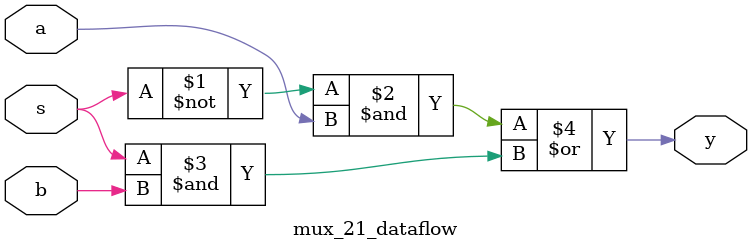
<source format=v>
`timescale 1ns / 1ps


module mux_21_behav_1(input a, b, s, output reg y);

always@(*)
begin
    if(s == 0)
        y = a;
    else
        y = b;
end

endmodule
 
//////////////////////////////////////////////////////////////////////////////////

module mux_21_behav_2(input [1:0]in, input s, output reg y);

always@(*)
begin
    y = in[s];
end

endmodule

//////////////////////////////////////////////////////////////////////////////////

module mux_21_dataflow(input a, b, s, output y);

assign y = (~s&a)|(s&b);

endmodule

</source>
